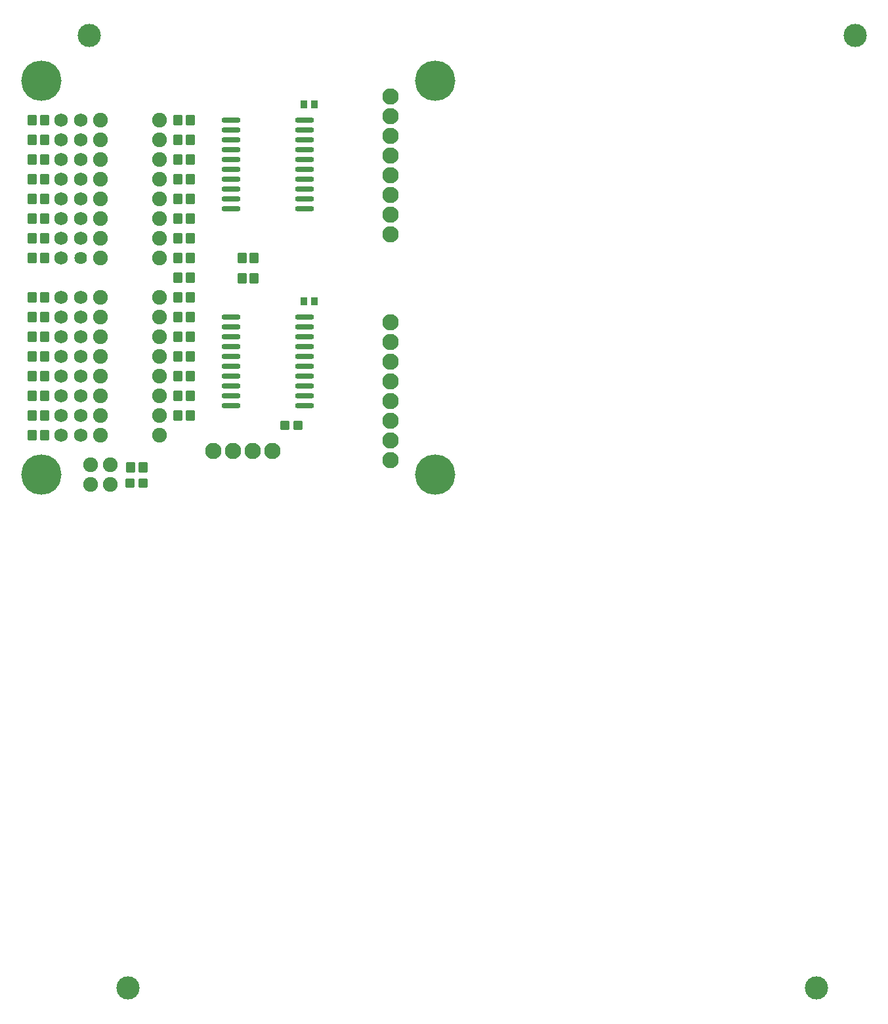
<source format=gts>
G04 Layer: TopSolderMaskLayer*
G04 Panelize: V-CUT, Column: 2, Row: 2, Board Size: 58.42mm x 58.42mm, Panelized Board Size: 118.84mm x 118.84mm*
G04 EasyEDA v6.5.34, 2023-09-05 23:35:40*
G04 bcb9dca7cd424f9e9e9865ef008c09cf,5a6b42c53f6a479593ecc07194224c93,10*
G04 Gerber Generator version 0.2*
G04 Scale: 100 percent, Rotated: No, Reflected: No *
G04 Dimensions in millimeters *
G04 leading zeros omitted , absolute positions ,4 integer and 5 decimal *
%FSLAX45Y45*%
%MOMM*%

%AMMACRO1*1,1,$1,$2,$3*1,1,$1,$4,$5*1,1,$1,0-$2,0-$3*1,1,$1,0-$4,0-$5*20,1,$1,$2,$3,$4,$5,0*20,1,$1,$4,$5,0-$2,0-$3,0*20,1,$1,0-$2,0-$3,0-$4,0-$5,0*20,1,$1,0-$4,0-$5,$2,$3,0*4,1,4,$2,$3,$4,$5,0-$2,0-$3,0-$4,0-$5,$2,$3,0*%
%ADD10MACRO1,0.2032X0.45X0.5X0.45X-0.5*%
%ADD11MACRO1,0.2032X-0.5X0.55X0.5X0.55*%
%ADD12MACRO1,0.2032X0.5X-0.55X-0.5X-0.55*%
%ADD13MACRO1,0.1016X0.4X-0.45X-0.4X-0.45*%
%ADD14O,2.4615902X0.696595*%
%ADD15C,1.9016*%
%ADD16C,5.2032*%
%ADD17C,2.1016*%
%ADD18C,1.7272*%
%ADD19C,1.6256*%
%ADD20C,3.0000*%

%LPD*%
D10*
G01*
X3691808Y1016007D03*
G01*
X3521809Y1016007D03*
D11*
G01*
X3128007Y2908300D03*
G01*
X2968007Y2908300D03*
D12*
G01*
X2142492Y4953000D03*
G01*
X2302492Y4953000D03*
G01*
X2142492Y4699000D03*
G01*
X2302492Y4699000D03*
G01*
X2142492Y4445000D03*
G01*
X2302492Y4445000D03*
G01*
X2142492Y4191000D03*
G01*
X2302492Y4191000D03*
G01*
X2142492Y3937000D03*
G01*
X2302492Y3937000D03*
G01*
X2142492Y3683000D03*
G01*
X2302492Y3683000D03*
G01*
X2142492Y3429000D03*
G01*
X2302492Y3429000D03*
G01*
X2142492Y3175000D03*
G01*
X2302492Y3175000D03*
G01*
X2142492Y2921000D03*
G01*
X2302492Y2921000D03*
G01*
X2142492Y2667000D03*
G01*
X2302492Y2667000D03*
G01*
X2142492Y2413000D03*
G01*
X2302492Y2413000D03*
G01*
X2142492Y2159000D03*
G01*
X2302492Y2159000D03*
G01*
X2142492Y1905000D03*
G01*
X2302492Y1905000D03*
G01*
X2142492Y1651000D03*
G01*
X2302492Y1651000D03*
G01*
X2142492Y1397000D03*
G01*
X2302492Y1397000D03*
G01*
X2142492Y1143000D03*
G01*
X2302492Y1143000D03*
D13*
G01*
X3765400Y2616200D03*
G01*
X3905399Y2616200D03*
D12*
G01*
X2967992Y3175000D03*
G01*
X3127992Y3175000D03*
D13*
G01*
X3765400Y5156200D03*
G01*
X3905399Y5156200D03*
D14*
G01*
X2829001Y4953000D03*
G01*
X2829001Y4826000D03*
G01*
X2829001Y4699000D03*
G01*
X2829001Y4572000D03*
G01*
X2829001Y4445000D03*
G01*
X2829001Y4318000D03*
G01*
X2829001Y4191000D03*
G01*
X2829001Y4064000D03*
G01*
X2829001Y3937000D03*
G01*
X2829001Y3810000D03*
G01*
X3774998Y4953000D03*
G01*
X3774998Y4826000D03*
G01*
X3774998Y4699000D03*
G01*
X3774998Y4572000D03*
G01*
X3774998Y4445000D03*
G01*
X3774998Y4318000D03*
G01*
X3774998Y4191000D03*
G01*
X3774998Y4064000D03*
G01*
X3774998Y3937000D03*
G01*
X3774998Y3810000D03*
G01*
X2829001Y2413000D03*
G01*
X2829001Y2286000D03*
G01*
X2829001Y2159000D03*
G01*
X2829001Y2032000D03*
G01*
X2829001Y1905000D03*
G01*
X2829001Y1778000D03*
G01*
X2829001Y1651000D03*
G01*
X2829001Y1524000D03*
G01*
X2829001Y1397000D03*
G01*
X2829001Y1270000D03*
G01*
X3774998Y2413000D03*
G01*
X3774998Y2286000D03*
G01*
X3774998Y2159000D03*
G01*
X3774998Y2032000D03*
G01*
X3774998Y1905000D03*
G01*
X3774998Y1778000D03*
G01*
X3774998Y1651000D03*
G01*
X3774998Y1524000D03*
G01*
X3774998Y1397000D03*
G01*
X3774998Y1270000D03*
D11*
G01*
X1692907Y469900D03*
G01*
X1532907Y469900D03*
D10*
G01*
X1697908Y266707D03*
G01*
X1527909Y266707D03*
D15*
G01*
X1905000Y4953000D03*
G01*
X1905000Y4699000D03*
G01*
X1905000Y4445000D03*
G01*
X1905000Y4191000D03*
G01*
X1905000Y3937000D03*
G01*
X1905000Y3683000D03*
G01*
X1905000Y3429000D03*
G01*
X1905000Y3175000D03*
G01*
X1143000Y4953000D03*
G01*
X1143000Y4699000D03*
G01*
X1143000Y4445000D03*
G01*
X1143000Y4191000D03*
G01*
X1143000Y3937000D03*
G01*
X1143000Y3683000D03*
G01*
X1143000Y3429000D03*
G01*
X1143000Y3175000D03*
G01*
X1905000Y2667000D03*
G01*
X1905000Y2413000D03*
G01*
X1905000Y2159000D03*
G01*
X1905000Y1905000D03*
G01*
X1905000Y1651000D03*
G01*
X1905000Y1397000D03*
G01*
X1905000Y1143000D03*
G01*
X1905000Y889000D03*
G01*
X1143000Y2667000D03*
G01*
X1143000Y2413000D03*
G01*
X1143000Y2159000D03*
G01*
X1143000Y1905000D03*
G01*
X1143000Y1651000D03*
G01*
X1143000Y1397000D03*
G01*
X1143000Y1143000D03*
G01*
X1143000Y889000D03*
D12*
G01*
X262892Y4953000D03*
G01*
X422892Y4953000D03*
G01*
X262892Y4699000D03*
G01*
X422892Y4699000D03*
G01*
X262892Y4445000D03*
G01*
X422892Y4445000D03*
G01*
X262892Y4191000D03*
G01*
X422892Y4191000D03*
G01*
X262892Y3937000D03*
G01*
X422892Y3937000D03*
G01*
X262892Y3683000D03*
G01*
X422892Y3683000D03*
G01*
X262892Y3429000D03*
G01*
X422892Y3429000D03*
G01*
X262892Y3175000D03*
G01*
X422892Y3175000D03*
G01*
X262892Y2667000D03*
G01*
X422892Y2667000D03*
G01*
X262892Y2413000D03*
G01*
X422892Y2413000D03*
G01*
X262892Y2159000D03*
G01*
X422892Y2159000D03*
G01*
X262892Y1905000D03*
G01*
X422892Y1905000D03*
G01*
X262892Y1651000D03*
G01*
X422892Y1651000D03*
G01*
X262892Y1397000D03*
G01*
X422892Y1397000D03*
G01*
X262892Y1143000D03*
G01*
X422892Y1143000D03*
G01*
X262892Y889000D03*
G01*
X422892Y889000D03*
D16*
G01*
X5461000Y381000D03*
G01*
X381000Y381000D03*
G01*
X381000Y5461000D03*
G01*
X5461000Y5461000D03*
D17*
G01*
X4885893Y5255895D03*
G01*
X4885893Y5001895D03*
G01*
X4885893Y4747895D03*
G01*
X4885893Y4493895D03*
G01*
X4885893Y4239895D03*
G01*
X4885893Y3985895D03*
G01*
X4885893Y3731895D03*
G01*
X4885893Y3477895D03*
G01*
X4885918Y569595D03*
G01*
X4885918Y823595D03*
G01*
X4885918Y1077595D03*
G01*
X4885918Y1331595D03*
G01*
X4885918Y1585595D03*
G01*
X4885918Y1839595D03*
G01*
X4885918Y2093595D03*
G01*
X4885918Y2347595D03*
D18*
G01*
X635000Y4953000D03*
G01*
X889000Y4953000D03*
G01*
X635000Y4699000D03*
G01*
X889000Y4699000D03*
G01*
X889000Y4191000D03*
G01*
X635000Y4191000D03*
G01*
X889000Y4445000D03*
G01*
X635000Y4445000D03*
G01*
X635000Y3429000D03*
G01*
X889000Y3429000D03*
G01*
X635000Y3175000D03*
D19*
G01*
X889000Y3175000D03*
D18*
G01*
X889000Y3683000D03*
G01*
X635000Y3683000D03*
G01*
X889000Y3937000D03*
G01*
X635000Y3937000D03*
G01*
X635000Y1651000D03*
G01*
X889000Y1651000D03*
G01*
X635000Y1397000D03*
G01*
X889000Y1397000D03*
G01*
X889000Y889000D03*
G01*
X635000Y889000D03*
G01*
X889000Y1143000D03*
G01*
X635000Y1143000D03*
G01*
X635000Y2159000D03*
G01*
X889000Y2159000D03*
G01*
X635000Y1905000D03*
G01*
X889000Y1905000D03*
G01*
X889000Y2413000D03*
G01*
X635000Y2413000D03*
G01*
X889000Y2667000D03*
G01*
X635000Y2667000D03*
D15*
G01*
X1016000Y254000D03*
G01*
X1016000Y508000D03*
G01*
X1270000Y508000D03*
G01*
X1270000Y254000D03*
D17*
G01*
X3111500Y685800D03*
G01*
X2857500Y685800D03*
G01*
X2603500Y685800D03*
G01*
X3365500Y685800D03*
D20*
G01*
X999997Y6041999D03*
G01*
X10884001Y6041999D03*
G01*
X1499996Y-6241999D03*
G01*
X10384002Y-6241999D03*
M02*

</source>
